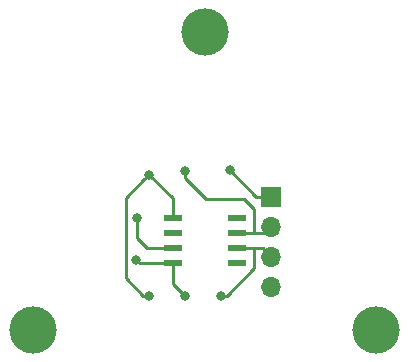
<source format=gbr>
G04 #@! TF.GenerationSoftware,KiCad,Pcbnew,5.0.1-33cea8e~68~ubuntu18.04.1*
G04 #@! TF.CreationDate,2018-11-27T18:27:31+01:00*
G04 #@! TF.ProjectId,AS5600_moveo_3_circ,4153353630305F6D6F76656F5F335F63,rev?*
G04 #@! TF.SameCoordinates,Original*
G04 #@! TF.FileFunction,Copper,L2,Bot,Signal*
G04 #@! TF.FilePolarity,Positive*
%FSLAX46Y46*%
G04 Gerber Fmt 4.6, Leading zero omitted, Abs format (unit mm)*
G04 Created by KiCad (PCBNEW 5.0.1-33cea8e~68~ubuntu18.04.1) date mar 27 nov 2018 18:27:31 CET*
%MOMM*%
%LPD*%
G01*
G04 APERTURE LIST*
G04 #@! TA.AperFunction,ComponentPad*
%ADD10R,1.700000X1.700000*%
G04 #@! TD*
G04 #@! TA.AperFunction,ComponentPad*
%ADD11O,1.700000X1.700000*%
G04 #@! TD*
G04 #@! TA.AperFunction,SMDPad,CuDef*
%ADD12R,1.550000X0.600000*%
G04 #@! TD*
G04 #@! TA.AperFunction,ViaPad*
%ADD13C,4.000000*%
G04 #@! TD*
G04 #@! TA.AperFunction,ViaPad*
%ADD14C,0.800000*%
G04 #@! TD*
G04 #@! TA.AperFunction,Conductor*
%ADD15C,0.250000*%
G04 #@! TD*
G04 APERTURE END LIST*
D10*
G04 #@! TO.P,J1,1*
G04 #@! TO.N,5V*
X153276300Y-80886300D03*
D11*
G04 #@! TO.P,J1,2*
G04 #@! TO.N,SDA*
X153276300Y-83426300D03*
G04 #@! TO.P,J1,3*
G04 #@! TO.N,SCL*
X153276300Y-85966300D03*
G04 #@! TO.P,J1,4*
G04 #@! TO.N,GND*
X153276300Y-88506300D03*
G04 #@! TD*
D12*
G04 #@! TO.P,U1,1*
G04 #@! TO.N,5V*
X144962900Y-86537800D03*
G04 #@! TO.P,U1,2*
G04 #@! TO.N,+3V3*
X144962900Y-85267800D03*
G04 #@! TO.P,U1,3*
G04 #@! TO.N,N/C*
X144962900Y-83997800D03*
G04 #@! TO.P,U1,4*
G04 #@! TO.N,GND*
X144962900Y-82727800D03*
G04 #@! TO.P,U1,5*
G04 #@! TO.N,N/C*
X150362900Y-82727800D03*
G04 #@! TO.P,U1,6*
G04 #@! TO.N,SDA*
X150362900Y-83997800D03*
G04 #@! TO.P,U1,7*
G04 #@! TO.N,SCL*
X150362900Y-85267800D03*
G04 #@! TO.P,U1,8*
G04 #@! TO.N,N/C*
X150362900Y-86537800D03*
G04 #@! TD*
D13*
G04 #@! TO.N,*
X162153600Y-92163900D03*
X133146800Y-92151200D03*
X147662900Y-66967100D03*
D14*
G04 #@! TO.N,5V*
X145961100Y-89319100D03*
X149783800Y-78663800D03*
X141871700Y-86233000D03*
G04 #@! TO.N,GND*
X142976600Y-89268300D03*
X142951200Y-79032100D03*
G04 #@! TO.N,+3V3*
X141922500Y-82727800D03*
G04 #@! TO.N,SDA*
X145961100Y-78740000D03*
G04 #@! TO.N,SCL*
X148996400Y-89268300D03*
G04 #@! TD*
D15*
G04 #@! TO.N,5V*
X142176500Y-86537800D02*
X141871700Y-86233000D01*
X144962900Y-86537800D02*
X142176500Y-86537800D01*
X144962900Y-88320900D02*
X145961100Y-89319100D01*
X144962900Y-86537800D02*
X144962900Y-88320900D01*
X152006300Y-80886300D02*
X153276300Y-80886300D01*
X149783800Y-78663800D02*
X152006300Y-80886300D01*
G04 #@! TO.N,GND*
X144962900Y-81043800D02*
X142951200Y-79032100D01*
X144962900Y-82727800D02*
X144962900Y-81043800D01*
X142551201Y-79432099D02*
X142951200Y-79032100D01*
X140957300Y-81026000D02*
X142551201Y-79432099D01*
X140957300Y-87814685D02*
X140957300Y-81026000D01*
X142976600Y-89268300D02*
X142410915Y-89268300D01*
X142410915Y-89268300D02*
X140957300Y-87814685D01*
G04 #@! TO.N,+3V3*
X142786100Y-85267800D02*
X144962900Y-85267800D01*
X141922500Y-82727800D02*
X141922500Y-84404200D01*
X141922500Y-84404200D02*
X142786100Y-85267800D01*
G04 #@! TO.N,SDA*
X152704800Y-83997800D02*
X153276300Y-83426300D01*
X145961100Y-79305685D02*
X147757615Y-81102200D01*
X145961100Y-78740000D02*
X145961100Y-79305685D01*
X151803100Y-81953100D02*
X151803100Y-83997800D01*
X150952200Y-81102200D02*
X151803100Y-81953100D01*
X147757615Y-81102200D02*
X150952200Y-81102200D01*
X150362900Y-83997800D02*
X151803100Y-83997800D01*
X151803100Y-83997800D02*
X152704800Y-83997800D01*
G04 #@! TO.N,SCL*
X152577800Y-85267800D02*
X153276300Y-85966300D01*
X151853900Y-86976485D02*
X151853900Y-85267800D01*
X149562085Y-89268300D02*
X151853900Y-86976485D01*
X150362900Y-85267800D02*
X151853900Y-85267800D01*
X148996400Y-89268300D02*
X149562085Y-89268300D01*
X151853900Y-85267800D02*
X152577800Y-85267800D01*
G04 #@! TD*
M02*

</source>
